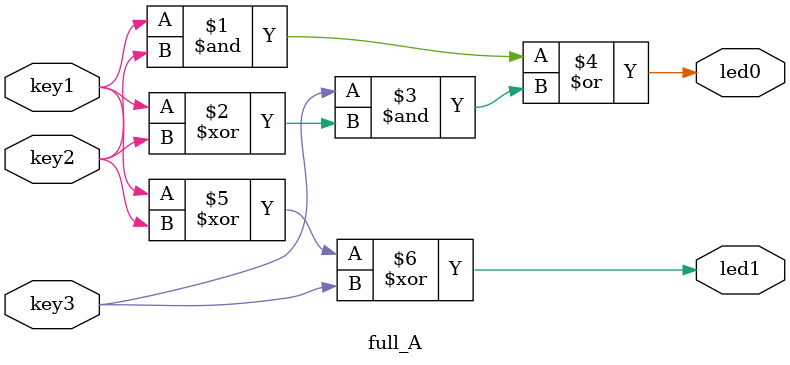
<source format=v>
module full_A(
input key1,key2, key3,
output led0,led1
);

assign led0 = (key1 & key2) | key3 & (key1 ^ key2);
assign led1 = key1 ^ key2 ^ key3;

endmodule
</source>
